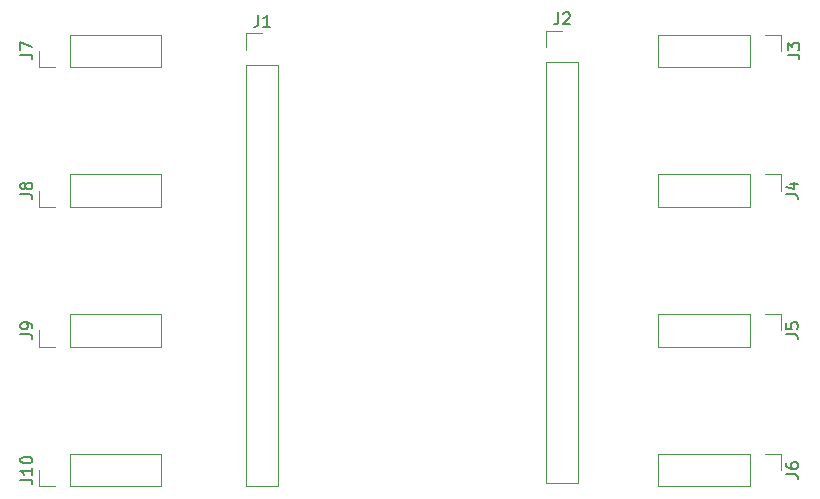
<source format=gbr>
%TF.GenerationSoftware,KiCad,Pcbnew,9.0.3-9.0.3-0~ubuntu24.04.1*%
%TF.CreationDate,2025-08-18T18:47:55+03:00*%
%TF.ProjectId,PCH_ESP32,5043485f-4553-4503-9332-2e6b69636164,rev?*%
%TF.SameCoordinates,Original*%
%TF.FileFunction,Legend,Top*%
%TF.FilePolarity,Positive*%
%FSLAX46Y46*%
G04 Gerber Fmt 4.6, Leading zero omitted, Abs format (unit mm)*
G04 Created by KiCad (PCBNEW 9.0.3-9.0.3-0~ubuntu24.04.1) date 2025-08-18 18:47:55*
%MOMM*%
%LPD*%
G01*
G04 APERTURE LIST*
%ADD10C,0.150000*%
%ADD11C,0.120000*%
G04 APERTURE END LIST*
D10*
X129534819Y-61333333D02*
X130249104Y-61333333D01*
X130249104Y-61333333D02*
X130391961Y-61380952D01*
X130391961Y-61380952D02*
X130487200Y-61476190D01*
X130487200Y-61476190D02*
X130534819Y-61619047D01*
X130534819Y-61619047D02*
X130534819Y-61714285D01*
X129534819Y-60952380D02*
X129534819Y-60285714D01*
X129534819Y-60285714D02*
X130534819Y-60714285D01*
X149666666Y-57964819D02*
X149666666Y-58679104D01*
X149666666Y-58679104D02*
X149619047Y-58821961D01*
X149619047Y-58821961D02*
X149523809Y-58917200D01*
X149523809Y-58917200D02*
X149380952Y-58964819D01*
X149380952Y-58964819D02*
X149285714Y-58964819D01*
X150666666Y-58964819D02*
X150095238Y-58964819D01*
X150380952Y-58964819D02*
X150380952Y-57964819D01*
X150380952Y-57964819D02*
X150285714Y-58107676D01*
X150285714Y-58107676D02*
X150190476Y-58202914D01*
X150190476Y-58202914D02*
X150095238Y-58250533D01*
X129534819Y-84993333D02*
X130249104Y-84993333D01*
X130249104Y-84993333D02*
X130391961Y-85040952D01*
X130391961Y-85040952D02*
X130487200Y-85136190D01*
X130487200Y-85136190D02*
X130534819Y-85279047D01*
X130534819Y-85279047D02*
X130534819Y-85374285D01*
X130534819Y-84469523D02*
X130534819Y-84279047D01*
X130534819Y-84279047D02*
X130487200Y-84183809D01*
X130487200Y-84183809D02*
X130439580Y-84136190D01*
X130439580Y-84136190D02*
X130296723Y-84040952D01*
X130296723Y-84040952D02*
X130106247Y-83993333D01*
X130106247Y-83993333D02*
X129725295Y-83993333D01*
X129725295Y-83993333D02*
X129630057Y-84040952D01*
X129630057Y-84040952D02*
X129582438Y-84088571D01*
X129582438Y-84088571D02*
X129534819Y-84183809D01*
X129534819Y-84183809D02*
X129534819Y-84374285D01*
X129534819Y-84374285D02*
X129582438Y-84469523D01*
X129582438Y-84469523D02*
X129630057Y-84517142D01*
X129630057Y-84517142D02*
X129725295Y-84564761D01*
X129725295Y-84564761D02*
X129963390Y-84564761D01*
X129963390Y-84564761D02*
X130058628Y-84517142D01*
X130058628Y-84517142D02*
X130106247Y-84469523D01*
X130106247Y-84469523D02*
X130153866Y-84374285D01*
X130153866Y-84374285D02*
X130153866Y-84183809D01*
X130153866Y-84183809D02*
X130106247Y-84088571D01*
X130106247Y-84088571D02*
X130058628Y-84040952D01*
X130058628Y-84040952D02*
X129963390Y-83993333D01*
X175066666Y-57754819D02*
X175066666Y-58469104D01*
X175066666Y-58469104D02*
X175019047Y-58611961D01*
X175019047Y-58611961D02*
X174923809Y-58707200D01*
X174923809Y-58707200D02*
X174780952Y-58754819D01*
X174780952Y-58754819D02*
X174685714Y-58754819D01*
X175495238Y-57850057D02*
X175542857Y-57802438D01*
X175542857Y-57802438D02*
X175638095Y-57754819D01*
X175638095Y-57754819D02*
X175876190Y-57754819D01*
X175876190Y-57754819D02*
X175971428Y-57802438D01*
X175971428Y-57802438D02*
X176019047Y-57850057D01*
X176019047Y-57850057D02*
X176066666Y-57945295D01*
X176066666Y-57945295D02*
X176066666Y-58040533D01*
X176066666Y-58040533D02*
X176019047Y-58183390D01*
X176019047Y-58183390D02*
X175447619Y-58754819D01*
X175447619Y-58754819D02*
X176066666Y-58754819D01*
X194374819Y-84993333D02*
X195089104Y-84993333D01*
X195089104Y-84993333D02*
X195231961Y-85040952D01*
X195231961Y-85040952D02*
X195327200Y-85136190D01*
X195327200Y-85136190D02*
X195374819Y-85279047D01*
X195374819Y-85279047D02*
X195374819Y-85374285D01*
X194374819Y-84040952D02*
X194374819Y-84517142D01*
X194374819Y-84517142D02*
X194851009Y-84564761D01*
X194851009Y-84564761D02*
X194803390Y-84517142D01*
X194803390Y-84517142D02*
X194755771Y-84421904D01*
X194755771Y-84421904D02*
X194755771Y-84183809D01*
X194755771Y-84183809D02*
X194803390Y-84088571D01*
X194803390Y-84088571D02*
X194851009Y-84040952D01*
X194851009Y-84040952D02*
X194946247Y-83993333D01*
X194946247Y-83993333D02*
X195184342Y-83993333D01*
X195184342Y-83993333D02*
X195279580Y-84040952D01*
X195279580Y-84040952D02*
X195327200Y-84088571D01*
X195327200Y-84088571D02*
X195374819Y-84183809D01*
X195374819Y-84183809D02*
X195374819Y-84421904D01*
X195374819Y-84421904D02*
X195327200Y-84517142D01*
X195327200Y-84517142D02*
X195279580Y-84564761D01*
X129534819Y-73163333D02*
X130249104Y-73163333D01*
X130249104Y-73163333D02*
X130391961Y-73210952D01*
X130391961Y-73210952D02*
X130487200Y-73306190D01*
X130487200Y-73306190D02*
X130534819Y-73449047D01*
X130534819Y-73449047D02*
X130534819Y-73544285D01*
X129963390Y-72544285D02*
X129915771Y-72639523D01*
X129915771Y-72639523D02*
X129868152Y-72687142D01*
X129868152Y-72687142D02*
X129772914Y-72734761D01*
X129772914Y-72734761D02*
X129725295Y-72734761D01*
X129725295Y-72734761D02*
X129630057Y-72687142D01*
X129630057Y-72687142D02*
X129582438Y-72639523D01*
X129582438Y-72639523D02*
X129534819Y-72544285D01*
X129534819Y-72544285D02*
X129534819Y-72353809D01*
X129534819Y-72353809D02*
X129582438Y-72258571D01*
X129582438Y-72258571D02*
X129630057Y-72210952D01*
X129630057Y-72210952D02*
X129725295Y-72163333D01*
X129725295Y-72163333D02*
X129772914Y-72163333D01*
X129772914Y-72163333D02*
X129868152Y-72210952D01*
X129868152Y-72210952D02*
X129915771Y-72258571D01*
X129915771Y-72258571D02*
X129963390Y-72353809D01*
X129963390Y-72353809D02*
X129963390Y-72544285D01*
X129963390Y-72544285D02*
X130011009Y-72639523D01*
X130011009Y-72639523D02*
X130058628Y-72687142D01*
X130058628Y-72687142D02*
X130153866Y-72734761D01*
X130153866Y-72734761D02*
X130344342Y-72734761D01*
X130344342Y-72734761D02*
X130439580Y-72687142D01*
X130439580Y-72687142D02*
X130487200Y-72639523D01*
X130487200Y-72639523D02*
X130534819Y-72544285D01*
X130534819Y-72544285D02*
X130534819Y-72353809D01*
X130534819Y-72353809D02*
X130487200Y-72258571D01*
X130487200Y-72258571D02*
X130439580Y-72210952D01*
X130439580Y-72210952D02*
X130344342Y-72163333D01*
X130344342Y-72163333D02*
X130153866Y-72163333D01*
X130153866Y-72163333D02*
X130058628Y-72210952D01*
X130058628Y-72210952D02*
X130011009Y-72258571D01*
X130011009Y-72258571D02*
X129963390Y-72353809D01*
X129534819Y-97309523D02*
X130249104Y-97309523D01*
X130249104Y-97309523D02*
X130391961Y-97357142D01*
X130391961Y-97357142D02*
X130487200Y-97452380D01*
X130487200Y-97452380D02*
X130534819Y-97595237D01*
X130534819Y-97595237D02*
X130534819Y-97690475D01*
X130534819Y-96309523D02*
X130534819Y-96880951D01*
X130534819Y-96595237D02*
X129534819Y-96595237D01*
X129534819Y-96595237D02*
X129677676Y-96690475D01*
X129677676Y-96690475D02*
X129772914Y-96785713D01*
X129772914Y-96785713D02*
X129820533Y-96880951D01*
X129534819Y-95690475D02*
X129534819Y-95595237D01*
X129534819Y-95595237D02*
X129582438Y-95499999D01*
X129582438Y-95499999D02*
X129630057Y-95452380D01*
X129630057Y-95452380D02*
X129725295Y-95404761D01*
X129725295Y-95404761D02*
X129915771Y-95357142D01*
X129915771Y-95357142D02*
X130153866Y-95357142D01*
X130153866Y-95357142D02*
X130344342Y-95404761D01*
X130344342Y-95404761D02*
X130439580Y-95452380D01*
X130439580Y-95452380D02*
X130487200Y-95499999D01*
X130487200Y-95499999D02*
X130534819Y-95595237D01*
X130534819Y-95595237D02*
X130534819Y-95690475D01*
X130534819Y-95690475D02*
X130487200Y-95785713D01*
X130487200Y-95785713D02*
X130439580Y-95833332D01*
X130439580Y-95833332D02*
X130344342Y-95880951D01*
X130344342Y-95880951D02*
X130153866Y-95928570D01*
X130153866Y-95928570D02*
X129915771Y-95928570D01*
X129915771Y-95928570D02*
X129725295Y-95880951D01*
X129725295Y-95880951D02*
X129630057Y-95833332D01*
X129630057Y-95833332D02*
X129582438Y-95785713D01*
X129582438Y-95785713D02*
X129534819Y-95690475D01*
X194494819Y-61333333D02*
X195209104Y-61333333D01*
X195209104Y-61333333D02*
X195351961Y-61380952D01*
X195351961Y-61380952D02*
X195447200Y-61476190D01*
X195447200Y-61476190D02*
X195494819Y-61619047D01*
X195494819Y-61619047D02*
X195494819Y-61714285D01*
X194494819Y-60952380D02*
X194494819Y-60333333D01*
X194494819Y-60333333D02*
X194875771Y-60666666D01*
X194875771Y-60666666D02*
X194875771Y-60523809D01*
X194875771Y-60523809D02*
X194923390Y-60428571D01*
X194923390Y-60428571D02*
X194971009Y-60380952D01*
X194971009Y-60380952D02*
X195066247Y-60333333D01*
X195066247Y-60333333D02*
X195304342Y-60333333D01*
X195304342Y-60333333D02*
X195399580Y-60380952D01*
X195399580Y-60380952D02*
X195447200Y-60428571D01*
X195447200Y-60428571D02*
X195494819Y-60523809D01*
X195494819Y-60523809D02*
X195494819Y-60809523D01*
X195494819Y-60809523D02*
X195447200Y-60904761D01*
X195447200Y-60904761D02*
X195399580Y-60952380D01*
X194374819Y-96833333D02*
X195089104Y-96833333D01*
X195089104Y-96833333D02*
X195231961Y-96880952D01*
X195231961Y-96880952D02*
X195327200Y-96976190D01*
X195327200Y-96976190D02*
X195374819Y-97119047D01*
X195374819Y-97119047D02*
X195374819Y-97214285D01*
X194374819Y-95928571D02*
X194374819Y-96119047D01*
X194374819Y-96119047D02*
X194422438Y-96214285D01*
X194422438Y-96214285D02*
X194470057Y-96261904D01*
X194470057Y-96261904D02*
X194612914Y-96357142D01*
X194612914Y-96357142D02*
X194803390Y-96404761D01*
X194803390Y-96404761D02*
X195184342Y-96404761D01*
X195184342Y-96404761D02*
X195279580Y-96357142D01*
X195279580Y-96357142D02*
X195327200Y-96309523D01*
X195327200Y-96309523D02*
X195374819Y-96214285D01*
X195374819Y-96214285D02*
X195374819Y-96023809D01*
X195374819Y-96023809D02*
X195327200Y-95928571D01*
X195327200Y-95928571D02*
X195279580Y-95880952D01*
X195279580Y-95880952D02*
X195184342Y-95833333D01*
X195184342Y-95833333D02*
X194946247Y-95833333D01*
X194946247Y-95833333D02*
X194851009Y-95880952D01*
X194851009Y-95880952D02*
X194803390Y-95928571D01*
X194803390Y-95928571D02*
X194755771Y-96023809D01*
X194755771Y-96023809D02*
X194755771Y-96214285D01*
X194755771Y-96214285D02*
X194803390Y-96309523D01*
X194803390Y-96309523D02*
X194851009Y-96357142D01*
X194851009Y-96357142D02*
X194946247Y-96404761D01*
X194374819Y-73163333D02*
X195089104Y-73163333D01*
X195089104Y-73163333D02*
X195231961Y-73210952D01*
X195231961Y-73210952D02*
X195327200Y-73306190D01*
X195327200Y-73306190D02*
X195374819Y-73449047D01*
X195374819Y-73449047D02*
X195374819Y-73544285D01*
X194708152Y-72258571D02*
X195374819Y-72258571D01*
X194327200Y-72496666D02*
X195041485Y-72734761D01*
X195041485Y-72734761D02*
X195041485Y-72115714D01*
D11*
%TO.C,J7*%
X133730000Y-59620000D02*
X141460000Y-59620000D01*
X141460000Y-62380000D02*
X141460000Y-59620000D01*
X133730000Y-62380000D02*
X133730000Y-59620000D01*
X133730000Y-62380000D02*
X141460000Y-62380000D01*
X132460000Y-62380000D02*
X131080000Y-62380000D01*
X131080000Y-62380000D02*
X131080000Y-61000000D01*
%TO.C,J1*%
X151380000Y-62160000D02*
X151380000Y-97830000D01*
X148620000Y-97830000D02*
X151380000Y-97830000D01*
X148620000Y-62160000D02*
X151380000Y-62160000D01*
X148620000Y-62160000D02*
X148620000Y-97830000D01*
X148620000Y-60890000D02*
X148620000Y-59510000D01*
X148620000Y-59510000D02*
X150000000Y-59510000D01*
%TO.C,J9*%
X133730000Y-83280000D02*
X141460000Y-83280000D01*
X141460000Y-86040000D02*
X141460000Y-83280000D01*
X133730000Y-86040000D02*
X133730000Y-83280000D01*
X133730000Y-86040000D02*
X141460000Y-86040000D01*
X132460000Y-86040000D02*
X131080000Y-86040000D01*
X131080000Y-86040000D02*
X131080000Y-84660000D01*
%TO.C,J2*%
X174020000Y-59300000D02*
X175400000Y-59300000D01*
X174020000Y-60680000D02*
X174020000Y-59300000D01*
X174020000Y-61950000D02*
X174020000Y-97620000D01*
X174020000Y-61950000D02*
X176780000Y-61950000D01*
X174020000Y-97620000D02*
X176780000Y-97620000D01*
X176780000Y-61950000D02*
X176780000Y-97620000D01*
%TO.C,J5*%
X193920000Y-83280000D02*
X193920000Y-84660000D01*
X192540000Y-83280000D02*
X193920000Y-83280000D01*
X191270000Y-83280000D02*
X183540000Y-83280000D01*
X191270000Y-83280000D02*
X191270000Y-86040000D01*
X183540000Y-83280000D02*
X183540000Y-86040000D01*
X191270000Y-86040000D02*
X183540000Y-86040000D01*
%TO.C,J8*%
X133730000Y-71450000D02*
X141460000Y-71450000D01*
X141460000Y-74210000D02*
X141460000Y-71450000D01*
X133730000Y-74210000D02*
X133730000Y-71450000D01*
X133730000Y-74210000D02*
X141460000Y-74210000D01*
X132460000Y-74210000D02*
X131080000Y-74210000D01*
X131080000Y-74210000D02*
X131080000Y-72830000D01*
%TO.C,J10*%
X133730000Y-95120000D02*
X141460000Y-95120000D01*
X141460000Y-97880000D02*
X141460000Y-95120000D01*
X133730000Y-97880000D02*
X133730000Y-95120000D01*
X133730000Y-97880000D02*
X141460000Y-97880000D01*
X132460000Y-97880000D02*
X131080000Y-97880000D01*
X131080000Y-97880000D02*
X131080000Y-96500000D01*
%TO.C,J3*%
X193920000Y-59620000D02*
X193920000Y-61000000D01*
X192540000Y-59620000D02*
X193920000Y-59620000D01*
X191270000Y-59620000D02*
X183540000Y-59620000D01*
X191270000Y-59620000D02*
X191270000Y-62380000D01*
X183540000Y-59620000D02*
X183540000Y-62380000D01*
X191270000Y-62380000D02*
X183540000Y-62380000D01*
%TO.C,J6*%
X191270000Y-97880000D02*
X183540000Y-97880000D01*
X183540000Y-95120000D02*
X183540000Y-97880000D01*
X191270000Y-95120000D02*
X191270000Y-97880000D01*
X191270000Y-95120000D02*
X183540000Y-95120000D01*
X192540000Y-95120000D02*
X193920000Y-95120000D01*
X193920000Y-95120000D02*
X193920000Y-96500000D01*
%TO.C,J4*%
X191270000Y-74210000D02*
X183540000Y-74210000D01*
X183540000Y-71450000D02*
X183540000Y-74210000D01*
X191270000Y-71450000D02*
X191270000Y-74210000D01*
X191270000Y-71450000D02*
X183540000Y-71450000D01*
X192540000Y-71450000D02*
X193920000Y-71450000D01*
X193920000Y-71450000D02*
X193920000Y-72830000D01*
%TD*%
M02*

</source>
